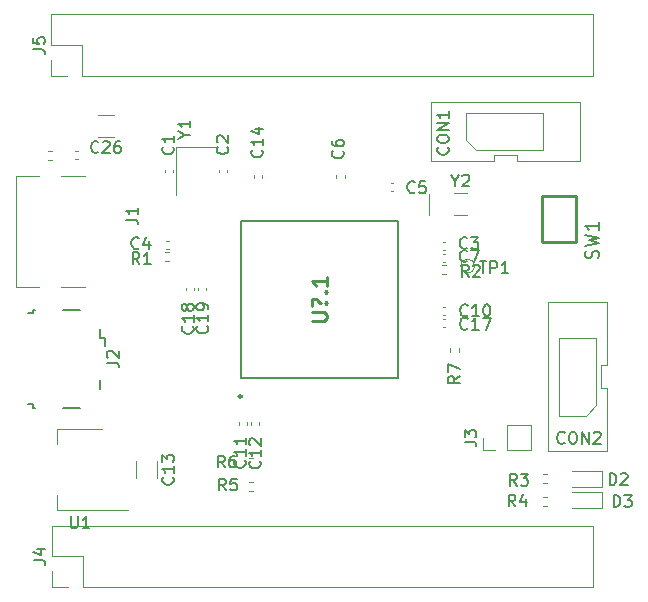
<source format=gbr>
%TF.GenerationSoftware,KiCad,Pcbnew,(5.1.10-1-10_14)*%
%TF.CreationDate,2021-08-18T14:47:54+08:00*%
%TF.ProjectId,jlinkob_hs,6a6c696e-6b6f-4625-9f68-732e6b696361,rev?*%
%TF.SameCoordinates,Original*%
%TF.FileFunction,Legend,Top*%
%TF.FilePolarity,Positive*%
%FSLAX46Y46*%
G04 Gerber Fmt 4.6, Leading zero omitted, Abs format (unit mm)*
G04 Created by KiCad (PCBNEW (5.1.10-1-10_14)) date 2021-08-18 14:47:54*
%MOMM*%
%LPD*%
G01*
G04 APERTURE LIST*
%ADD10C,0.120000*%
%ADD11C,0.150000*%
%ADD12C,0.254000*%
%ADD13C,0.250000*%
%ADD14C,0.200000*%
%ADD15C,0.152400*%
G04 APERTURE END LIST*
D10*
%TO.C,Y2*%
X134225000Y-66040000D02*
X134225000Y-67840000D01*
X136375000Y-67890000D02*
X137475000Y-67890000D01*
X136375000Y-65990000D02*
X137475000Y-65990000D01*
%TO.C,TP1*%
X138100000Y-72190000D02*
G75*
G03*
X138100000Y-72190000I-600000J0D01*
G01*
%TO.C,CON2*%
X149275000Y-82530000D02*
X149275000Y-87855000D01*
X148775000Y-82530000D02*
X149275000Y-82530000D01*
X148775000Y-80530000D02*
X148775000Y-82530000D01*
X149275000Y-80530000D02*
X148775000Y-80530000D01*
X149275000Y-75205000D02*
X149275000Y-80530000D01*
X144275000Y-75205000D02*
X149275000Y-75205000D01*
X144275000Y-87855000D02*
X144275000Y-75205000D01*
X149275000Y-87855000D02*
X144275000Y-87855000D01*
X147555000Y-84840000D02*
X145225000Y-84840000D01*
X145225000Y-84840000D02*
X145225000Y-84080000D01*
X145225000Y-84040000D02*
X145225000Y-83445000D01*
X145225000Y-83445000D02*
X145225000Y-78305000D01*
X148395000Y-78305000D02*
X145845000Y-78310000D01*
X145867470Y-78305000D02*
X145225000Y-78305000D01*
X148355000Y-83970000D02*
X148395000Y-78305000D01*
X148355000Y-83980000D02*
X147585000Y-84810000D01*
%TO.C,U1*%
X108770000Y-92840000D02*
X102760000Y-92840000D01*
X106520000Y-86020000D02*
X102760000Y-86020000D01*
X102760000Y-92840000D02*
X102760000Y-91580000D01*
X102760000Y-86020000D02*
X102760000Y-87280000D01*
%TO.C,C19*%
X114650000Y-74004165D02*
X114650000Y-74235835D01*
X115370000Y-74004165D02*
X115370000Y-74235835D01*
%TO.C,R8*%
X101982379Y-63180000D02*
X102317621Y-63180000D01*
X101982379Y-62420000D02*
X102317621Y-62420000D01*
%TO.C,C27*%
X104535835Y-62440000D02*
X104304165Y-62440000D01*
X104535835Y-63160000D02*
X104304165Y-63160000D01*
%TO.C,J5*%
X148090000Y-56080000D02*
X148090000Y-50880000D01*
X104850000Y-56080000D02*
X148090000Y-56080000D01*
X102250000Y-50880000D02*
X148090000Y-50880000D01*
X104850000Y-56080000D02*
X104850000Y-53480000D01*
X104850000Y-53480000D02*
X102250000Y-53480000D01*
X102250000Y-53480000D02*
X102250000Y-50880000D01*
X103580000Y-56080000D02*
X102250000Y-56080000D01*
X102250000Y-56080000D02*
X102250000Y-54750000D01*
%TO.C,J4*%
X148140000Y-99350000D02*
X148140000Y-94150000D01*
X104900000Y-99350000D02*
X148140000Y-99350000D01*
X102300000Y-94150000D02*
X148140000Y-94150000D01*
X104900000Y-99350000D02*
X104900000Y-96750000D01*
X104900000Y-96750000D02*
X102300000Y-96750000D01*
X102300000Y-96750000D02*
X102300000Y-94150000D01*
X103630000Y-99350000D02*
X102300000Y-99350000D01*
X102300000Y-99350000D02*
X102300000Y-98020000D01*
%TO.C,Y1*%
X116150000Y-62130000D02*
X112850000Y-62130000D01*
X112850000Y-62130000D02*
X112850000Y-66130000D01*
D11*
%TO.C,J2*%
X106400000Y-81833824D02*
X106400000Y-82558824D01*
X106400000Y-78233824D02*
X106400000Y-77508824D01*
X106825000Y-78233824D02*
X106400000Y-78233824D01*
X106825000Y-78958824D02*
X106825000Y-78233824D01*
X103250000Y-84183824D02*
X104650000Y-84183824D01*
X100700000Y-84183824D02*
X100850000Y-84183824D01*
X100700000Y-83883824D02*
X100700000Y-84183824D01*
X100250000Y-83883824D02*
X100700000Y-83883824D01*
X100700000Y-76183824D02*
X100250000Y-76183824D01*
X100700000Y-75883824D02*
X100700000Y-76183824D01*
X100850000Y-75883824D02*
X100700000Y-75883824D01*
X104650000Y-75883824D02*
X103250000Y-75883824D01*
D10*
%TO.C,C26*%
X107591252Y-61220000D02*
X106168748Y-61220000D01*
X107591252Y-59400000D02*
X106168748Y-59400000D01*
%TO.C,C13*%
X111240000Y-88708748D02*
X111240000Y-90131252D01*
X109420000Y-88708748D02*
X109420000Y-90131252D01*
%TO.C,R7*%
X136000000Y-79152379D02*
X136000000Y-79487621D01*
X136760000Y-79152379D02*
X136760000Y-79487621D01*
%TO.C,R6*%
X119327621Y-88430000D02*
X118992379Y-88430000D01*
X119327621Y-89190000D02*
X118992379Y-89190000D01*
%TO.C,R5*%
X119317621Y-90450000D02*
X118982379Y-90450000D01*
X119317621Y-91210000D02*
X118982379Y-91210000D01*
%TO.C,R4*%
X144187621Y-91700000D02*
X143852379Y-91700000D01*
X144187621Y-92460000D02*
X143852379Y-92460000D01*
%TO.C,R3*%
X144240121Y-89800000D02*
X143904879Y-89800000D01*
X144240121Y-90560000D02*
X143904879Y-90560000D01*
%TO.C,D3*%
X148842500Y-91295000D02*
X146357500Y-91295000D01*
X148842500Y-92665000D02*
X148842500Y-91295000D01*
X146357500Y-92665000D02*
X148842500Y-92665000D01*
%TO.C,D2*%
X148842500Y-89495000D02*
X146357500Y-89495000D01*
X148842500Y-90865000D02*
X148842500Y-89495000D01*
X146357500Y-90865000D02*
X148842500Y-90865000D01*
D12*
%TO.C,SW1*%
X146710086Y-66210042D02*
X146710086Y-70109958D01*
X146710086Y-70109958D02*
X143810168Y-70109958D01*
X143810168Y-70109958D02*
X143810168Y-66210042D01*
X143810168Y-66210042D02*
X146710086Y-66210042D01*
X143800008Y-67304274D02*
X143800008Y-69004296D01*
D10*
%TO.C,J3*%
X138790000Y-87790000D02*
X138790000Y-86730000D01*
X139850000Y-87790000D02*
X138790000Y-87790000D01*
X140850000Y-87790000D02*
X140850000Y-85670000D01*
X140850000Y-85670000D02*
X142910000Y-85670000D01*
X140850000Y-87790000D02*
X142910000Y-87790000D01*
X142910000Y-87790000D02*
X142910000Y-85670000D01*
%TO.C,CON1*%
X138250000Y-62335000D02*
X137420000Y-61565000D01*
X138260000Y-62335000D02*
X143925000Y-62375000D01*
X143925000Y-59847470D02*
X143925000Y-59205000D01*
X143925000Y-62375000D02*
X143920000Y-59825000D01*
X138785000Y-59205000D02*
X143925000Y-59205000D01*
X138190000Y-59205000D02*
X138785000Y-59205000D01*
X137390000Y-59205000D02*
X138150000Y-59205000D01*
X137390000Y-61535000D02*
X137390000Y-59205000D01*
X134375000Y-63255000D02*
X134375000Y-58255000D01*
X134375000Y-58255000D02*
X147025000Y-58255000D01*
X147025000Y-58255000D02*
X147025000Y-63255000D01*
X147025000Y-63255000D02*
X141700000Y-63255000D01*
X141700000Y-63255000D02*
X141700000Y-62755000D01*
X141700000Y-62755000D02*
X139700000Y-62755000D01*
X139700000Y-62755000D02*
X139700000Y-63255000D01*
X139700000Y-63255000D02*
X134375000Y-63255000D01*
%TO.C,C18*%
X114380000Y-74004165D02*
X114380000Y-74235835D01*
X113660000Y-74004165D02*
X113660000Y-74235835D01*
%TO.C,C17*%
X135384165Y-76640000D02*
X135615835Y-76640000D01*
X135384165Y-77360000D02*
X135615835Y-77360000D01*
%TO.C,C14*%
X119390000Y-64715835D02*
X119390000Y-64484165D01*
X120110000Y-64715835D02*
X120110000Y-64484165D01*
%TO.C,C12*%
X119860000Y-85384165D02*
X119860000Y-85615835D01*
X119140000Y-85384165D02*
X119140000Y-85615835D01*
%TO.C,C11*%
X118860000Y-85384165D02*
X118860000Y-85615835D01*
X118140000Y-85384165D02*
X118140000Y-85615835D01*
%TO.C,C10*%
X135384165Y-75640000D02*
X135615835Y-75640000D01*
X135384165Y-76360000D02*
X135615835Y-76360000D01*
%TO.C,C7*%
X135384165Y-71140000D02*
X135615835Y-71140000D01*
X135384165Y-71860000D02*
X135615835Y-71860000D01*
%TO.C,J1*%
X99280000Y-64550000D02*
X99280000Y-73950000D01*
X105080000Y-73950000D02*
X103080000Y-73950000D01*
X101180000Y-73950000D02*
X99280000Y-73950000D01*
X105080000Y-64550000D02*
X103080000Y-64550000D01*
X101180000Y-64550000D02*
X99280000Y-64550000D01*
D13*
%TO.C,U?.1*%
X118375000Y-83225000D02*
G75*
G03*
X118375000Y-83225000I-125000J0D01*
G01*
D14*
X131650000Y-81650000D02*
X118350000Y-81650000D01*
X131650000Y-68350000D02*
X131650000Y-81650000D01*
X118350000Y-68350000D02*
X131650000Y-68350000D01*
X118350000Y-81650000D02*
X118350000Y-68350000D01*
D10*
%TO.C,R2*%
X135332379Y-72120000D02*
X135667621Y-72120000D01*
X135332379Y-72880000D02*
X135667621Y-72880000D01*
%TO.C,R1*%
X112257621Y-71770000D02*
X111922379Y-71770000D01*
X112257621Y-71010000D02*
X111922379Y-71010000D01*
%TO.C,C6*%
X127120000Y-64486665D02*
X127120000Y-64718335D01*
X126400000Y-64486665D02*
X126400000Y-64718335D01*
%TO.C,C5*%
X131215835Y-65840000D02*
X130984165Y-65840000D01*
X131215835Y-65120000D02*
X130984165Y-65120000D01*
%TO.C,C4*%
X112205835Y-70740000D02*
X111974165Y-70740000D01*
X112205835Y-70020000D02*
X111974165Y-70020000D01*
%TO.C,C3*%
X135615835Y-70860000D02*
X135384165Y-70860000D01*
X135615835Y-70140000D02*
X135384165Y-70140000D01*
%TO.C,C2*%
X117160000Y-64024165D02*
X117160000Y-64255835D01*
X116440000Y-64024165D02*
X116440000Y-64255835D01*
%TO.C,C1*%
X111860000Y-64245835D02*
X111860000Y-64014165D01*
X112580000Y-64245835D02*
X112580000Y-64014165D01*
%TO.C,Y2*%
D11*
X136448809Y-64966190D02*
X136448809Y-65442380D01*
X136115476Y-64442380D02*
X136448809Y-64966190D01*
X136782142Y-64442380D01*
X137067857Y-64537619D02*
X137115476Y-64490000D01*
X137210714Y-64442380D01*
X137448809Y-64442380D01*
X137544047Y-64490000D01*
X137591666Y-64537619D01*
X137639285Y-64632857D01*
X137639285Y-64728095D01*
X137591666Y-64870952D01*
X137020238Y-65442380D01*
X137639285Y-65442380D01*
%TO.C,TP1*%
X138528095Y-71792380D02*
X139099523Y-71792380D01*
X138813809Y-72792380D02*
X138813809Y-71792380D01*
X139432857Y-72792380D02*
X139432857Y-71792380D01*
X139813809Y-71792380D01*
X139909047Y-71840000D01*
X139956666Y-71887619D01*
X140004285Y-71982857D01*
X140004285Y-72125714D01*
X139956666Y-72220952D01*
X139909047Y-72268571D01*
X139813809Y-72316190D01*
X139432857Y-72316190D01*
X140956666Y-72792380D02*
X140385238Y-72792380D01*
X140670952Y-72792380D02*
X140670952Y-71792380D01*
X140575714Y-71935238D01*
X140480476Y-72030476D01*
X140385238Y-72078095D01*
%TO.C,CON2*%
X145710714Y-87127142D02*
X145663095Y-87174761D01*
X145520238Y-87222380D01*
X145425000Y-87222380D01*
X145282142Y-87174761D01*
X145186904Y-87079523D01*
X145139285Y-86984285D01*
X145091666Y-86793809D01*
X145091666Y-86650952D01*
X145139285Y-86460476D01*
X145186904Y-86365238D01*
X145282142Y-86270000D01*
X145425000Y-86222380D01*
X145520238Y-86222380D01*
X145663095Y-86270000D01*
X145710714Y-86317619D01*
X146329761Y-86222380D02*
X146520238Y-86222380D01*
X146615476Y-86270000D01*
X146710714Y-86365238D01*
X146758333Y-86555714D01*
X146758333Y-86889047D01*
X146710714Y-87079523D01*
X146615476Y-87174761D01*
X146520238Y-87222380D01*
X146329761Y-87222380D01*
X146234523Y-87174761D01*
X146139285Y-87079523D01*
X146091666Y-86889047D01*
X146091666Y-86555714D01*
X146139285Y-86365238D01*
X146234523Y-86270000D01*
X146329761Y-86222380D01*
X147186904Y-87222380D02*
X147186904Y-86222380D01*
X147758333Y-87222380D01*
X147758333Y-86222380D01*
X148186904Y-86317619D02*
X148234523Y-86270000D01*
X148329761Y-86222380D01*
X148567857Y-86222380D01*
X148663095Y-86270000D01*
X148710714Y-86317619D01*
X148758333Y-86412857D01*
X148758333Y-86508095D01*
X148710714Y-86650952D01*
X148139285Y-87222380D01*
X148758333Y-87222380D01*
%TO.C,U1*%
X103908095Y-93382380D02*
X103908095Y-94191904D01*
X103955714Y-94287142D01*
X104003333Y-94334761D01*
X104098571Y-94382380D01*
X104289047Y-94382380D01*
X104384285Y-94334761D01*
X104431904Y-94287142D01*
X104479523Y-94191904D01*
X104479523Y-93382380D01*
X105479523Y-94382380D02*
X104908095Y-94382380D01*
X105193809Y-94382380D02*
X105193809Y-93382380D01*
X105098571Y-93525238D01*
X105003333Y-93620476D01*
X104908095Y-93668095D01*
%TO.C,C19*%
X115447142Y-77252857D02*
X115494761Y-77300476D01*
X115542380Y-77443333D01*
X115542380Y-77538571D01*
X115494761Y-77681428D01*
X115399523Y-77776666D01*
X115304285Y-77824285D01*
X115113809Y-77871904D01*
X114970952Y-77871904D01*
X114780476Y-77824285D01*
X114685238Y-77776666D01*
X114590000Y-77681428D01*
X114542380Y-77538571D01*
X114542380Y-77443333D01*
X114590000Y-77300476D01*
X114637619Y-77252857D01*
X115542380Y-76300476D02*
X115542380Y-76871904D01*
X115542380Y-76586190D02*
X114542380Y-76586190D01*
X114685238Y-76681428D01*
X114780476Y-76776666D01*
X114828095Y-76871904D01*
X115542380Y-75824285D02*
X115542380Y-75633809D01*
X115494761Y-75538571D01*
X115447142Y-75490952D01*
X115304285Y-75395714D01*
X115113809Y-75348095D01*
X114732857Y-75348095D01*
X114637619Y-75395714D01*
X114590000Y-75443333D01*
X114542380Y-75538571D01*
X114542380Y-75729047D01*
X114590000Y-75824285D01*
X114637619Y-75871904D01*
X114732857Y-75919523D01*
X114970952Y-75919523D01*
X115066190Y-75871904D01*
X115113809Y-75824285D01*
X115161428Y-75729047D01*
X115161428Y-75538571D01*
X115113809Y-75443333D01*
X115066190Y-75395714D01*
X114970952Y-75348095D01*
%TO.C,J5*%
X100702380Y-53813333D02*
X101416666Y-53813333D01*
X101559523Y-53860952D01*
X101654761Y-53956190D01*
X101702380Y-54099047D01*
X101702380Y-54194285D01*
X100702380Y-52860952D02*
X100702380Y-53337142D01*
X101178571Y-53384761D01*
X101130952Y-53337142D01*
X101083333Y-53241904D01*
X101083333Y-53003809D01*
X101130952Y-52908571D01*
X101178571Y-52860952D01*
X101273809Y-52813333D01*
X101511904Y-52813333D01*
X101607142Y-52860952D01*
X101654761Y-52908571D01*
X101702380Y-53003809D01*
X101702380Y-53241904D01*
X101654761Y-53337142D01*
X101607142Y-53384761D01*
%TO.C,J4*%
X100752380Y-97083333D02*
X101466666Y-97083333D01*
X101609523Y-97130952D01*
X101704761Y-97226190D01*
X101752380Y-97369047D01*
X101752380Y-97464285D01*
X101085714Y-96178571D02*
X101752380Y-96178571D01*
X100704761Y-96416666D02*
X101419047Y-96654761D01*
X101419047Y-96035714D01*
%TO.C,Y1*%
X113546190Y-61056190D02*
X114022380Y-61056190D01*
X113022380Y-61389523D02*
X113546190Y-61056190D01*
X113022380Y-60722857D01*
X114022380Y-59865714D02*
X114022380Y-60437142D01*
X114022380Y-60151428D02*
X113022380Y-60151428D01*
X113165238Y-60246666D01*
X113260476Y-60341904D01*
X113308095Y-60437142D01*
%TO.C,J2*%
X106952380Y-80367157D02*
X107666666Y-80367157D01*
X107809523Y-80414776D01*
X107904761Y-80510014D01*
X107952380Y-80652871D01*
X107952380Y-80748109D01*
X107047619Y-79938585D02*
X107000000Y-79890966D01*
X106952380Y-79795728D01*
X106952380Y-79557633D01*
X107000000Y-79462395D01*
X107047619Y-79414776D01*
X107142857Y-79367157D01*
X107238095Y-79367157D01*
X107380952Y-79414776D01*
X107952380Y-79986204D01*
X107952380Y-79367157D01*
%TO.C,C26*%
X106237142Y-62517142D02*
X106189523Y-62564761D01*
X106046666Y-62612380D01*
X105951428Y-62612380D01*
X105808571Y-62564761D01*
X105713333Y-62469523D01*
X105665714Y-62374285D01*
X105618095Y-62183809D01*
X105618095Y-62040952D01*
X105665714Y-61850476D01*
X105713333Y-61755238D01*
X105808571Y-61660000D01*
X105951428Y-61612380D01*
X106046666Y-61612380D01*
X106189523Y-61660000D01*
X106237142Y-61707619D01*
X106618095Y-61707619D02*
X106665714Y-61660000D01*
X106760952Y-61612380D01*
X106999047Y-61612380D01*
X107094285Y-61660000D01*
X107141904Y-61707619D01*
X107189523Y-61802857D01*
X107189523Y-61898095D01*
X107141904Y-62040952D01*
X106570476Y-62612380D01*
X107189523Y-62612380D01*
X108046666Y-61612380D02*
X107856190Y-61612380D01*
X107760952Y-61660000D01*
X107713333Y-61707619D01*
X107618095Y-61850476D01*
X107570476Y-62040952D01*
X107570476Y-62421904D01*
X107618095Y-62517142D01*
X107665714Y-62564761D01*
X107760952Y-62612380D01*
X107951428Y-62612380D01*
X108046666Y-62564761D01*
X108094285Y-62517142D01*
X108141904Y-62421904D01*
X108141904Y-62183809D01*
X108094285Y-62088571D01*
X108046666Y-62040952D01*
X107951428Y-61993333D01*
X107760952Y-61993333D01*
X107665714Y-62040952D01*
X107618095Y-62088571D01*
X107570476Y-62183809D01*
%TO.C,C13*%
X112537142Y-90062857D02*
X112584761Y-90110476D01*
X112632380Y-90253333D01*
X112632380Y-90348571D01*
X112584761Y-90491428D01*
X112489523Y-90586666D01*
X112394285Y-90634285D01*
X112203809Y-90681904D01*
X112060952Y-90681904D01*
X111870476Y-90634285D01*
X111775238Y-90586666D01*
X111680000Y-90491428D01*
X111632380Y-90348571D01*
X111632380Y-90253333D01*
X111680000Y-90110476D01*
X111727619Y-90062857D01*
X112632380Y-89110476D02*
X112632380Y-89681904D01*
X112632380Y-89396190D02*
X111632380Y-89396190D01*
X111775238Y-89491428D01*
X111870476Y-89586666D01*
X111918095Y-89681904D01*
X111632380Y-88777142D02*
X111632380Y-88158095D01*
X112013333Y-88491428D01*
X112013333Y-88348571D01*
X112060952Y-88253333D01*
X112108571Y-88205714D01*
X112203809Y-88158095D01*
X112441904Y-88158095D01*
X112537142Y-88205714D01*
X112584761Y-88253333D01*
X112632380Y-88348571D01*
X112632380Y-88634285D01*
X112584761Y-88729523D01*
X112537142Y-88777142D01*
%TO.C,R7*%
X136832380Y-81496666D02*
X136356190Y-81830000D01*
X136832380Y-82068095D02*
X135832380Y-82068095D01*
X135832380Y-81687142D01*
X135880000Y-81591904D01*
X135927619Y-81544285D01*
X136022857Y-81496666D01*
X136165714Y-81496666D01*
X136260952Y-81544285D01*
X136308571Y-81591904D01*
X136356190Y-81687142D01*
X136356190Y-82068095D01*
X135832380Y-81163333D02*
X135832380Y-80496666D01*
X136832380Y-80925238D01*
%TO.C,R6*%
X116950833Y-89232380D02*
X116617500Y-88756190D01*
X116379404Y-89232380D02*
X116379404Y-88232380D01*
X116760357Y-88232380D01*
X116855595Y-88280000D01*
X116903214Y-88327619D01*
X116950833Y-88422857D01*
X116950833Y-88565714D01*
X116903214Y-88660952D01*
X116855595Y-88708571D01*
X116760357Y-88756190D01*
X116379404Y-88756190D01*
X117807976Y-88232380D02*
X117617500Y-88232380D01*
X117522261Y-88280000D01*
X117474642Y-88327619D01*
X117379404Y-88470476D01*
X117331785Y-88660952D01*
X117331785Y-89041904D01*
X117379404Y-89137142D01*
X117427023Y-89184761D01*
X117522261Y-89232380D01*
X117712738Y-89232380D01*
X117807976Y-89184761D01*
X117855595Y-89137142D01*
X117903214Y-89041904D01*
X117903214Y-88803809D01*
X117855595Y-88708571D01*
X117807976Y-88660952D01*
X117712738Y-88613333D01*
X117522261Y-88613333D01*
X117427023Y-88660952D01*
X117379404Y-88708571D01*
X117331785Y-88803809D01*
%TO.C,R5*%
X117033333Y-91182380D02*
X116700000Y-90706190D01*
X116461904Y-91182380D02*
X116461904Y-90182380D01*
X116842857Y-90182380D01*
X116938095Y-90230000D01*
X116985714Y-90277619D01*
X117033333Y-90372857D01*
X117033333Y-90515714D01*
X116985714Y-90610952D01*
X116938095Y-90658571D01*
X116842857Y-90706190D01*
X116461904Y-90706190D01*
X117938095Y-90182380D02*
X117461904Y-90182380D01*
X117414285Y-90658571D01*
X117461904Y-90610952D01*
X117557142Y-90563333D01*
X117795238Y-90563333D01*
X117890476Y-90610952D01*
X117938095Y-90658571D01*
X117985714Y-90753809D01*
X117985714Y-90991904D01*
X117938095Y-91087142D01*
X117890476Y-91134761D01*
X117795238Y-91182380D01*
X117557142Y-91182380D01*
X117461904Y-91134761D01*
X117414285Y-91087142D01*
%TO.C,R4*%
X141550833Y-92532380D02*
X141217500Y-92056190D01*
X140979404Y-92532380D02*
X140979404Y-91532380D01*
X141360357Y-91532380D01*
X141455595Y-91580000D01*
X141503214Y-91627619D01*
X141550833Y-91722857D01*
X141550833Y-91865714D01*
X141503214Y-91960952D01*
X141455595Y-92008571D01*
X141360357Y-92056190D01*
X140979404Y-92056190D01*
X142407976Y-91865714D02*
X142407976Y-92532380D01*
X142169880Y-91484761D02*
X141931785Y-92199047D01*
X142550833Y-92199047D01*
%TO.C,R3*%
X141653333Y-90782380D02*
X141320000Y-90306190D01*
X141081904Y-90782380D02*
X141081904Y-89782380D01*
X141462857Y-89782380D01*
X141558095Y-89830000D01*
X141605714Y-89877619D01*
X141653333Y-89972857D01*
X141653333Y-90115714D01*
X141605714Y-90210952D01*
X141558095Y-90258571D01*
X141462857Y-90306190D01*
X141081904Y-90306190D01*
X141986666Y-89782380D02*
X142605714Y-89782380D01*
X142272380Y-90163333D01*
X142415238Y-90163333D01*
X142510476Y-90210952D01*
X142558095Y-90258571D01*
X142605714Y-90353809D01*
X142605714Y-90591904D01*
X142558095Y-90687142D01*
X142510476Y-90734761D01*
X142415238Y-90782380D01*
X142129523Y-90782380D01*
X142034285Y-90734761D01*
X141986666Y-90687142D01*
%TO.C,D3*%
X149871904Y-92582380D02*
X149871904Y-91582380D01*
X150110000Y-91582380D01*
X150252857Y-91630000D01*
X150348095Y-91725238D01*
X150395714Y-91820476D01*
X150443333Y-92010952D01*
X150443333Y-92153809D01*
X150395714Y-92344285D01*
X150348095Y-92439523D01*
X150252857Y-92534761D01*
X150110000Y-92582380D01*
X149871904Y-92582380D01*
X150776666Y-91582380D02*
X151395714Y-91582380D01*
X151062380Y-91963333D01*
X151205238Y-91963333D01*
X151300476Y-92010952D01*
X151348095Y-92058571D01*
X151395714Y-92153809D01*
X151395714Y-92391904D01*
X151348095Y-92487142D01*
X151300476Y-92534761D01*
X151205238Y-92582380D01*
X150919523Y-92582380D01*
X150824285Y-92534761D01*
X150776666Y-92487142D01*
%TO.C,D2*%
X149521904Y-90732380D02*
X149521904Y-89732380D01*
X149760000Y-89732380D01*
X149902857Y-89780000D01*
X149998095Y-89875238D01*
X150045714Y-89970476D01*
X150093333Y-90160952D01*
X150093333Y-90303809D01*
X150045714Y-90494285D01*
X149998095Y-90589523D01*
X149902857Y-90684761D01*
X149760000Y-90732380D01*
X149521904Y-90732380D01*
X150474285Y-89827619D02*
X150521904Y-89780000D01*
X150617142Y-89732380D01*
X150855238Y-89732380D01*
X150950476Y-89780000D01*
X150998095Y-89827619D01*
X151045714Y-89922857D01*
X151045714Y-90018095D01*
X150998095Y-90160952D01*
X150426666Y-90732380D01*
X151045714Y-90732380D01*
%TO.C,SW1*%
D15*
X148552964Y-71524774D02*
X148607393Y-71361488D01*
X148607393Y-71089345D01*
X148552964Y-70980488D01*
X148498536Y-70926060D01*
X148389679Y-70871631D01*
X148280822Y-70871631D01*
X148171964Y-70926060D01*
X148117536Y-70980488D01*
X148063107Y-71089345D01*
X148008679Y-71307060D01*
X147954250Y-71415917D01*
X147899822Y-71470345D01*
X147790964Y-71524774D01*
X147682107Y-71524774D01*
X147573250Y-71470345D01*
X147518822Y-71415917D01*
X147464393Y-71307060D01*
X147464393Y-71034917D01*
X147518822Y-70871631D01*
X147464393Y-70490631D02*
X148607393Y-70218488D01*
X147790964Y-70000774D01*
X148607393Y-69783060D01*
X147464393Y-69510917D01*
X148607393Y-68476774D02*
X148607393Y-69129917D01*
X148607393Y-68803345D02*
X147464393Y-68803345D01*
X147627679Y-68912202D01*
X147736536Y-69021060D01*
X147790964Y-69129917D01*
%TO.C,J3*%
D11*
X137242380Y-87063333D02*
X137956666Y-87063333D01*
X138099523Y-87110952D01*
X138194761Y-87206190D01*
X138242380Y-87349047D01*
X138242380Y-87444285D01*
X137242380Y-86682380D02*
X137242380Y-86063333D01*
X137623333Y-86396666D01*
X137623333Y-86253809D01*
X137670952Y-86158571D01*
X137718571Y-86110952D01*
X137813809Y-86063333D01*
X138051904Y-86063333D01*
X138147142Y-86110952D01*
X138194761Y-86158571D01*
X138242380Y-86253809D01*
X138242380Y-86539523D01*
X138194761Y-86634761D01*
X138147142Y-86682380D01*
%TO.C,CON1*%
X135817142Y-62119285D02*
X135864761Y-62166904D01*
X135912380Y-62309761D01*
X135912380Y-62405000D01*
X135864761Y-62547857D01*
X135769523Y-62643095D01*
X135674285Y-62690714D01*
X135483809Y-62738333D01*
X135340952Y-62738333D01*
X135150476Y-62690714D01*
X135055238Y-62643095D01*
X134960000Y-62547857D01*
X134912380Y-62405000D01*
X134912380Y-62309761D01*
X134960000Y-62166904D01*
X135007619Y-62119285D01*
X134912380Y-61500238D02*
X134912380Y-61309761D01*
X134960000Y-61214523D01*
X135055238Y-61119285D01*
X135245714Y-61071666D01*
X135579047Y-61071666D01*
X135769523Y-61119285D01*
X135864761Y-61214523D01*
X135912380Y-61309761D01*
X135912380Y-61500238D01*
X135864761Y-61595476D01*
X135769523Y-61690714D01*
X135579047Y-61738333D01*
X135245714Y-61738333D01*
X135055238Y-61690714D01*
X134960000Y-61595476D01*
X134912380Y-61500238D01*
X135912380Y-60643095D02*
X134912380Y-60643095D01*
X135912380Y-60071666D01*
X134912380Y-60071666D01*
X135912380Y-59071666D02*
X135912380Y-59643095D01*
X135912380Y-59357380D02*
X134912380Y-59357380D01*
X135055238Y-59452619D01*
X135150476Y-59547857D01*
X135198095Y-59643095D01*
%TO.C,C18*%
X114217142Y-77282857D02*
X114264761Y-77330476D01*
X114312380Y-77473333D01*
X114312380Y-77568571D01*
X114264761Y-77711428D01*
X114169523Y-77806666D01*
X114074285Y-77854285D01*
X113883809Y-77901904D01*
X113740952Y-77901904D01*
X113550476Y-77854285D01*
X113455238Y-77806666D01*
X113360000Y-77711428D01*
X113312380Y-77568571D01*
X113312380Y-77473333D01*
X113360000Y-77330476D01*
X113407619Y-77282857D01*
X114312380Y-76330476D02*
X114312380Y-76901904D01*
X114312380Y-76616190D02*
X113312380Y-76616190D01*
X113455238Y-76711428D01*
X113550476Y-76806666D01*
X113598095Y-76901904D01*
X113740952Y-75759047D02*
X113693333Y-75854285D01*
X113645714Y-75901904D01*
X113550476Y-75949523D01*
X113502857Y-75949523D01*
X113407619Y-75901904D01*
X113360000Y-75854285D01*
X113312380Y-75759047D01*
X113312380Y-75568571D01*
X113360000Y-75473333D01*
X113407619Y-75425714D01*
X113502857Y-75378095D01*
X113550476Y-75378095D01*
X113645714Y-75425714D01*
X113693333Y-75473333D01*
X113740952Y-75568571D01*
X113740952Y-75759047D01*
X113788571Y-75854285D01*
X113836190Y-75901904D01*
X113931428Y-75949523D01*
X114121904Y-75949523D01*
X114217142Y-75901904D01*
X114264761Y-75854285D01*
X114312380Y-75759047D01*
X114312380Y-75568571D01*
X114264761Y-75473333D01*
X114217142Y-75425714D01*
X114121904Y-75378095D01*
X113931428Y-75378095D01*
X113836190Y-75425714D01*
X113788571Y-75473333D01*
X113740952Y-75568571D01*
%TO.C,C17*%
X137497142Y-77467142D02*
X137449523Y-77514761D01*
X137306666Y-77562380D01*
X137211428Y-77562380D01*
X137068571Y-77514761D01*
X136973333Y-77419523D01*
X136925714Y-77324285D01*
X136878095Y-77133809D01*
X136878095Y-76990952D01*
X136925714Y-76800476D01*
X136973333Y-76705238D01*
X137068571Y-76610000D01*
X137211428Y-76562380D01*
X137306666Y-76562380D01*
X137449523Y-76610000D01*
X137497142Y-76657619D01*
X138449523Y-77562380D02*
X137878095Y-77562380D01*
X138163809Y-77562380D02*
X138163809Y-76562380D01*
X138068571Y-76705238D01*
X137973333Y-76800476D01*
X137878095Y-76848095D01*
X138782857Y-76562380D02*
X139449523Y-76562380D01*
X139020952Y-77562380D01*
%TO.C,C14*%
X120077142Y-62352857D02*
X120124761Y-62400476D01*
X120172380Y-62543333D01*
X120172380Y-62638571D01*
X120124761Y-62781428D01*
X120029523Y-62876666D01*
X119934285Y-62924285D01*
X119743809Y-62971904D01*
X119600952Y-62971904D01*
X119410476Y-62924285D01*
X119315238Y-62876666D01*
X119220000Y-62781428D01*
X119172380Y-62638571D01*
X119172380Y-62543333D01*
X119220000Y-62400476D01*
X119267619Y-62352857D01*
X120172380Y-61400476D02*
X120172380Y-61971904D01*
X120172380Y-61686190D02*
X119172380Y-61686190D01*
X119315238Y-61781428D01*
X119410476Y-61876666D01*
X119458095Y-61971904D01*
X119505714Y-60543333D02*
X120172380Y-60543333D01*
X119124761Y-60781428D02*
X119839047Y-61019523D01*
X119839047Y-60400476D01*
%TO.C,C12*%
X119907142Y-88682857D02*
X119954761Y-88730476D01*
X120002380Y-88873333D01*
X120002380Y-88968571D01*
X119954761Y-89111428D01*
X119859523Y-89206666D01*
X119764285Y-89254285D01*
X119573809Y-89301904D01*
X119430952Y-89301904D01*
X119240476Y-89254285D01*
X119145238Y-89206666D01*
X119050000Y-89111428D01*
X119002380Y-88968571D01*
X119002380Y-88873333D01*
X119050000Y-88730476D01*
X119097619Y-88682857D01*
X120002380Y-87730476D02*
X120002380Y-88301904D01*
X120002380Y-88016190D02*
X119002380Y-88016190D01*
X119145238Y-88111428D01*
X119240476Y-88206666D01*
X119288095Y-88301904D01*
X119097619Y-87349523D02*
X119050000Y-87301904D01*
X119002380Y-87206666D01*
X119002380Y-86968571D01*
X119050000Y-86873333D01*
X119097619Y-86825714D01*
X119192857Y-86778095D01*
X119288095Y-86778095D01*
X119430952Y-86825714D01*
X120002380Y-87397142D01*
X120002380Y-86778095D01*
%TO.C,C11*%
X118637142Y-88622857D02*
X118684761Y-88670476D01*
X118732380Y-88813333D01*
X118732380Y-88908571D01*
X118684761Y-89051428D01*
X118589523Y-89146666D01*
X118494285Y-89194285D01*
X118303809Y-89241904D01*
X118160952Y-89241904D01*
X117970476Y-89194285D01*
X117875238Y-89146666D01*
X117780000Y-89051428D01*
X117732380Y-88908571D01*
X117732380Y-88813333D01*
X117780000Y-88670476D01*
X117827619Y-88622857D01*
X118732380Y-87670476D02*
X118732380Y-88241904D01*
X118732380Y-87956190D02*
X117732380Y-87956190D01*
X117875238Y-88051428D01*
X117970476Y-88146666D01*
X118018095Y-88241904D01*
X118732380Y-86718095D02*
X118732380Y-87289523D01*
X118732380Y-87003809D02*
X117732380Y-87003809D01*
X117875238Y-87099047D01*
X117970476Y-87194285D01*
X118018095Y-87289523D01*
%TO.C,C10*%
X137507142Y-76337142D02*
X137459523Y-76384761D01*
X137316666Y-76432380D01*
X137221428Y-76432380D01*
X137078571Y-76384761D01*
X136983333Y-76289523D01*
X136935714Y-76194285D01*
X136888095Y-76003809D01*
X136888095Y-75860952D01*
X136935714Y-75670476D01*
X136983333Y-75575238D01*
X137078571Y-75480000D01*
X137221428Y-75432380D01*
X137316666Y-75432380D01*
X137459523Y-75480000D01*
X137507142Y-75527619D01*
X138459523Y-76432380D02*
X137888095Y-76432380D01*
X138173809Y-76432380D02*
X138173809Y-75432380D01*
X138078571Y-75575238D01*
X137983333Y-75670476D01*
X137888095Y-75718095D01*
X139078571Y-75432380D02*
X139173809Y-75432380D01*
X139269047Y-75480000D01*
X139316666Y-75527619D01*
X139364285Y-75622857D01*
X139411904Y-75813333D01*
X139411904Y-76051428D01*
X139364285Y-76241904D01*
X139316666Y-76337142D01*
X139269047Y-76384761D01*
X139173809Y-76432380D01*
X139078571Y-76432380D01*
X138983333Y-76384761D01*
X138935714Y-76337142D01*
X138888095Y-76241904D01*
X138840476Y-76051428D01*
X138840476Y-75813333D01*
X138888095Y-75622857D01*
X138935714Y-75527619D01*
X138983333Y-75480000D01*
X139078571Y-75432380D01*
%TO.C,C7*%
X137473333Y-71737142D02*
X137425714Y-71784761D01*
X137282857Y-71832380D01*
X137187619Y-71832380D01*
X137044761Y-71784761D01*
X136949523Y-71689523D01*
X136901904Y-71594285D01*
X136854285Y-71403809D01*
X136854285Y-71260952D01*
X136901904Y-71070476D01*
X136949523Y-70975238D01*
X137044761Y-70880000D01*
X137187619Y-70832380D01*
X137282857Y-70832380D01*
X137425714Y-70880000D01*
X137473333Y-70927619D01*
X137806666Y-70832380D02*
X138473333Y-70832380D01*
X138044761Y-71832380D01*
%TO.C,J1*%
X108582380Y-68243333D02*
X109296666Y-68243333D01*
X109439523Y-68290952D01*
X109534761Y-68386190D01*
X109582380Y-68529047D01*
X109582380Y-68624285D01*
X109582380Y-67243333D02*
X109582380Y-67814761D01*
X109582380Y-67529047D02*
X108582380Y-67529047D01*
X108725238Y-67624285D01*
X108820476Y-67719523D01*
X108868095Y-67814761D01*
%TO.C,U?.1*%
D12*
X124304523Y-76814285D02*
X125332619Y-76814285D01*
X125453571Y-76753809D01*
X125514047Y-76693333D01*
X125574523Y-76572380D01*
X125574523Y-76330476D01*
X125514047Y-76209523D01*
X125453571Y-76149047D01*
X125332619Y-76088571D01*
X124304523Y-76088571D01*
X125453571Y-75302380D02*
X125514047Y-75241904D01*
X125574523Y-75302380D01*
X125514047Y-75362857D01*
X125453571Y-75302380D01*
X125574523Y-75302380D01*
X124365000Y-75544285D02*
X124304523Y-75423333D01*
X124304523Y-75120952D01*
X124365000Y-75000000D01*
X124485952Y-74939523D01*
X124606904Y-74939523D01*
X124727857Y-75000000D01*
X124788333Y-75060476D01*
X124848809Y-75181428D01*
X124909285Y-75241904D01*
X125030238Y-75302380D01*
X125090714Y-75302380D01*
X125453571Y-74395238D02*
X125514047Y-74334761D01*
X125574523Y-74395238D01*
X125514047Y-74455714D01*
X125453571Y-74395238D01*
X125574523Y-74395238D01*
X125574523Y-73125238D02*
X125574523Y-73850952D01*
X125574523Y-73488095D02*
X124304523Y-73488095D01*
X124485952Y-73609047D01*
X124606904Y-73730000D01*
X124667380Y-73850952D01*
%TO.C,R2*%
D11*
X137585833Y-73072380D02*
X137252500Y-72596190D01*
X137014404Y-73072380D02*
X137014404Y-72072380D01*
X137395357Y-72072380D01*
X137490595Y-72120000D01*
X137538214Y-72167619D01*
X137585833Y-72262857D01*
X137585833Y-72405714D01*
X137538214Y-72500952D01*
X137490595Y-72548571D01*
X137395357Y-72596190D01*
X137014404Y-72596190D01*
X137966785Y-72167619D02*
X138014404Y-72120000D01*
X138109642Y-72072380D01*
X138347738Y-72072380D01*
X138442976Y-72120000D01*
X138490595Y-72167619D01*
X138538214Y-72262857D01*
X138538214Y-72358095D01*
X138490595Y-72500952D01*
X137919166Y-73072380D01*
X138538214Y-73072380D01*
%TO.C,R1*%
X109723333Y-72022380D02*
X109390000Y-71546190D01*
X109151904Y-72022380D02*
X109151904Y-71022380D01*
X109532857Y-71022380D01*
X109628095Y-71070000D01*
X109675714Y-71117619D01*
X109723333Y-71212857D01*
X109723333Y-71355714D01*
X109675714Y-71450952D01*
X109628095Y-71498571D01*
X109532857Y-71546190D01*
X109151904Y-71546190D01*
X110675714Y-72022380D02*
X110104285Y-72022380D01*
X110390000Y-72022380D02*
X110390000Y-71022380D01*
X110294761Y-71165238D01*
X110199523Y-71260476D01*
X110104285Y-71308095D01*
%TO.C,C6*%
X126917142Y-62429166D02*
X126964761Y-62476785D01*
X127012380Y-62619642D01*
X127012380Y-62714880D01*
X126964761Y-62857738D01*
X126869523Y-62952976D01*
X126774285Y-63000595D01*
X126583809Y-63048214D01*
X126440952Y-63048214D01*
X126250476Y-63000595D01*
X126155238Y-62952976D01*
X126060000Y-62857738D01*
X126012380Y-62714880D01*
X126012380Y-62619642D01*
X126060000Y-62476785D01*
X126107619Y-62429166D01*
X126012380Y-61572023D02*
X126012380Y-61762500D01*
X126060000Y-61857738D01*
X126107619Y-61905357D01*
X126250476Y-62000595D01*
X126440952Y-62048214D01*
X126821904Y-62048214D01*
X126917142Y-62000595D01*
X126964761Y-61952976D01*
X127012380Y-61857738D01*
X127012380Y-61667261D01*
X126964761Y-61572023D01*
X126917142Y-61524404D01*
X126821904Y-61476785D01*
X126583809Y-61476785D01*
X126488571Y-61524404D01*
X126440952Y-61572023D01*
X126393333Y-61667261D01*
X126393333Y-61857738D01*
X126440952Y-61952976D01*
X126488571Y-62000595D01*
X126583809Y-62048214D01*
%TO.C,C5*%
X133033333Y-65917142D02*
X132985714Y-65964761D01*
X132842857Y-66012380D01*
X132747619Y-66012380D01*
X132604761Y-65964761D01*
X132509523Y-65869523D01*
X132461904Y-65774285D01*
X132414285Y-65583809D01*
X132414285Y-65440952D01*
X132461904Y-65250476D01*
X132509523Y-65155238D01*
X132604761Y-65060000D01*
X132747619Y-65012380D01*
X132842857Y-65012380D01*
X132985714Y-65060000D01*
X133033333Y-65107619D01*
X133938095Y-65012380D02*
X133461904Y-65012380D01*
X133414285Y-65488571D01*
X133461904Y-65440952D01*
X133557142Y-65393333D01*
X133795238Y-65393333D01*
X133890476Y-65440952D01*
X133938095Y-65488571D01*
X133985714Y-65583809D01*
X133985714Y-65821904D01*
X133938095Y-65917142D01*
X133890476Y-65964761D01*
X133795238Y-66012380D01*
X133557142Y-66012380D01*
X133461904Y-65964761D01*
X133414285Y-65917142D01*
%TO.C,C4*%
X109660833Y-70657142D02*
X109613214Y-70704761D01*
X109470357Y-70752380D01*
X109375119Y-70752380D01*
X109232261Y-70704761D01*
X109137023Y-70609523D01*
X109089404Y-70514285D01*
X109041785Y-70323809D01*
X109041785Y-70180952D01*
X109089404Y-69990476D01*
X109137023Y-69895238D01*
X109232261Y-69800000D01*
X109375119Y-69752380D01*
X109470357Y-69752380D01*
X109613214Y-69800000D01*
X109660833Y-69847619D01*
X110517976Y-70085714D02*
X110517976Y-70752380D01*
X110279880Y-69704761D02*
X110041785Y-70419047D01*
X110660833Y-70419047D01*
%TO.C,C3*%
X137463333Y-70637142D02*
X137415714Y-70684761D01*
X137272857Y-70732380D01*
X137177619Y-70732380D01*
X137034761Y-70684761D01*
X136939523Y-70589523D01*
X136891904Y-70494285D01*
X136844285Y-70303809D01*
X136844285Y-70160952D01*
X136891904Y-69970476D01*
X136939523Y-69875238D01*
X137034761Y-69780000D01*
X137177619Y-69732380D01*
X137272857Y-69732380D01*
X137415714Y-69780000D01*
X137463333Y-69827619D01*
X137796666Y-69732380D02*
X138415714Y-69732380D01*
X138082380Y-70113333D01*
X138225238Y-70113333D01*
X138320476Y-70160952D01*
X138368095Y-70208571D01*
X138415714Y-70303809D01*
X138415714Y-70541904D01*
X138368095Y-70637142D01*
X138320476Y-70684761D01*
X138225238Y-70732380D01*
X137939523Y-70732380D01*
X137844285Y-70684761D01*
X137796666Y-70637142D01*
%TO.C,C2*%
X117157142Y-62076666D02*
X117204761Y-62124285D01*
X117252380Y-62267142D01*
X117252380Y-62362380D01*
X117204761Y-62505238D01*
X117109523Y-62600476D01*
X117014285Y-62648095D01*
X116823809Y-62695714D01*
X116680952Y-62695714D01*
X116490476Y-62648095D01*
X116395238Y-62600476D01*
X116300000Y-62505238D01*
X116252380Y-62362380D01*
X116252380Y-62267142D01*
X116300000Y-62124285D01*
X116347619Y-62076666D01*
X116347619Y-61695714D02*
X116300000Y-61648095D01*
X116252380Y-61552857D01*
X116252380Y-61314761D01*
X116300000Y-61219523D01*
X116347619Y-61171904D01*
X116442857Y-61124285D01*
X116538095Y-61124285D01*
X116680952Y-61171904D01*
X117252380Y-61743333D01*
X117252380Y-61124285D01*
%TO.C,C1*%
X112537142Y-62086666D02*
X112584761Y-62134285D01*
X112632380Y-62277142D01*
X112632380Y-62372380D01*
X112584761Y-62515238D01*
X112489523Y-62610476D01*
X112394285Y-62658095D01*
X112203809Y-62705714D01*
X112060952Y-62705714D01*
X111870476Y-62658095D01*
X111775238Y-62610476D01*
X111680000Y-62515238D01*
X111632380Y-62372380D01*
X111632380Y-62277142D01*
X111680000Y-62134285D01*
X111727619Y-62086666D01*
X112632380Y-61134285D02*
X112632380Y-61705714D01*
X112632380Y-61420000D02*
X111632380Y-61420000D01*
X111775238Y-61515238D01*
X111870476Y-61610476D01*
X111918095Y-61705714D01*
%TD*%
M02*

</source>
